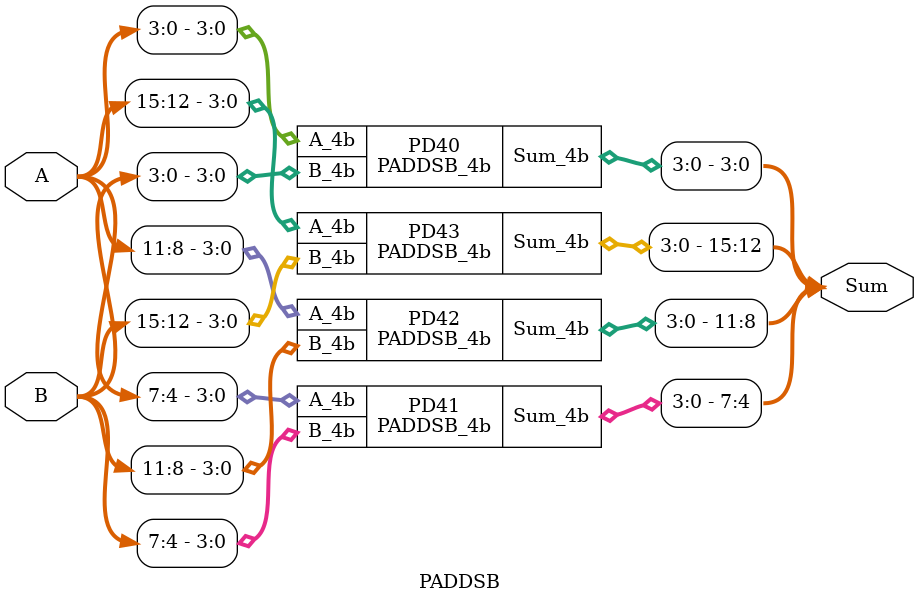
<source format=v>
module PADDSB_4b(A_4b, B_4b, Sum_4b);  // 4bit CLA with saturation

    input [3:0] A_4b, B_4b;
    output [3:0] Sum_4b;
    wire [3:0] out_4b, CarryOut, p, g;
    wire ovfl;

    assign p = A_4b | B_4b;
    assign g = A_4b & B_4b;
    assign CarryOut[0] = g[0];
    assign CarryOut[1] = g[1]|(p[1]&g[0]);
    assign CarryOut[2] = g[2]|(p[2]&g[1])|(p[2]&p[1]&g[0]);

    full_adder_1bit FA0(.A(A_4b[0]), .B(B_4b[0]), .CarryIn(1'b0), .Sum(out_4b[0]), .CarryOut());
    full_adder_1bit FA1(.A(A_4b[1]), .B(B_4b[1]), .CarryIn(CarryOut[0]), .Sum(out_4b[1]), .CarryOut());
    full_adder_1bit FA2(.A(A_4b[2]), .B(B_4b[2]), .CarryIn(CarryOut[1]), .Sum(out_4b[2]), .CarryOut());
    full_adder_1bit FA3(.A(A_4b[3]), .B(B_4b[3]), .CarryIn(CarryOut[2]), .Sum(out_4b[3]), .CarryOut());
    assign ovfl = out_4b[3] & ~A_4b[3] & ~B_4b[3] | ~out_4b[3] & A_4b[3] & B_4b[3];
    assign Sum_4b = (ovfl) ? ((out_4b[3]) ? 4'b0111 : 4'b1000) : out_4b;  // 4b saturation

endmodule

module PADDSB(A, B, Sum);

    input[15:0] A, B;
    output[15:0] Sum;

    PADDSB_4b PD40(.A_4b(A[3:0]), .B_4b(B[3:0]), .Sum_4b(Sum[3:0]));
    PADDSB_4b PD41(.A_4b(A[7:4]), .B_4b(B[7:4]), .Sum_4b(Sum[7:4]));
    PADDSB_4b PD42(.A_4b(A[11:8]), .B_4b(B[11:8]), .Sum_4b(Sum[11:8]));
    PADDSB_4b PD43(.A_4b(A[15:12]), .B_4b(B[15:12]), .Sum_4b(Sum[15:12]));

endmodule
</source>
